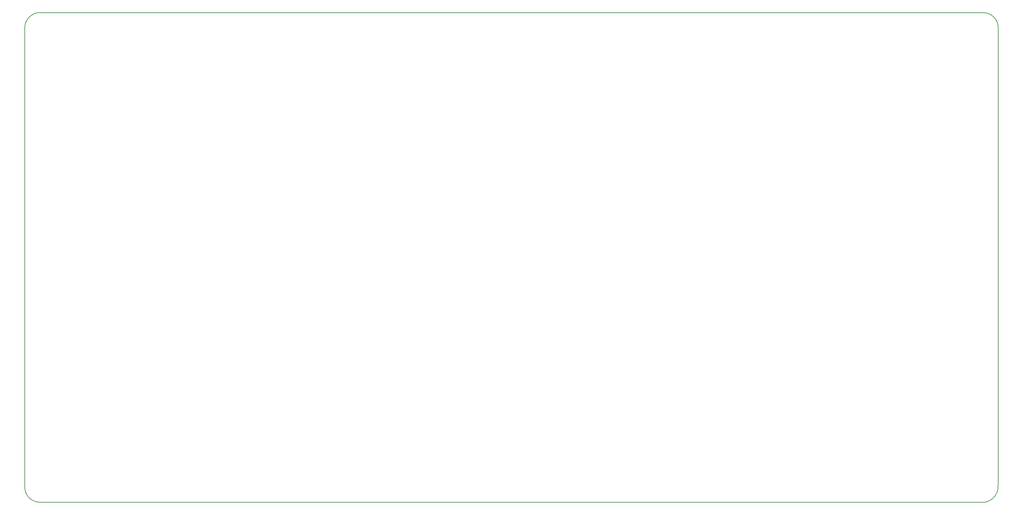
<source format=gbr>
G04 #@! TF.GenerationSoftware,KiCad,Pcbnew,(5.0.2)-1*
G04 #@! TF.CreationDate,2019-03-05T00:25:16-06:00*
G04 #@! TF.ProjectId,PowerBoard_Hardware,506f7765-7242-46f6-9172-645f48617264,rev?*
G04 #@! TF.SameCoordinates,Original*
G04 #@! TF.FileFunction,Profile,NP*
%FSLAX46Y46*%
G04 Gerber Fmt 4.6, Leading zero omitted, Abs format (unit mm)*
G04 Created by KiCad (PCBNEW (5.0.2)-1) date 3/5/2019 12:25:16 AM*
%MOMM*%
%LPD*%
G01*
G04 APERTURE LIST*
%ADD10C,0.200000*%
G04 APERTURE END LIST*
D10*
X292100000Y-16510000D02*
X292070000Y-135340000D01*
X39370000Y-16510000D02*
G75*
G02X43407978Y-12443975I3961778J103625D01*
G01*
X43331062Y-139539391D02*
G75*
G02X39370000Y-135636000I-61778J3898798D01*
G01*
X292069322Y-135349220D02*
G75*
G02X287883600Y-139573000I-4058591J-163872D01*
G01*
X288417000Y-12445999D02*
G75*
G02X292119005Y-16508898I-260395J-3955299D01*
G01*
X287909000Y-139573000D02*
X79984600Y-139573000D01*
X288417000Y-12446000D02*
X43434000Y-12446000D01*
X39370000Y-16510000D02*
X39370000Y-135636000D01*
X43307000Y-139573000D02*
X95090000Y-139573000D01*
M02*

</source>
